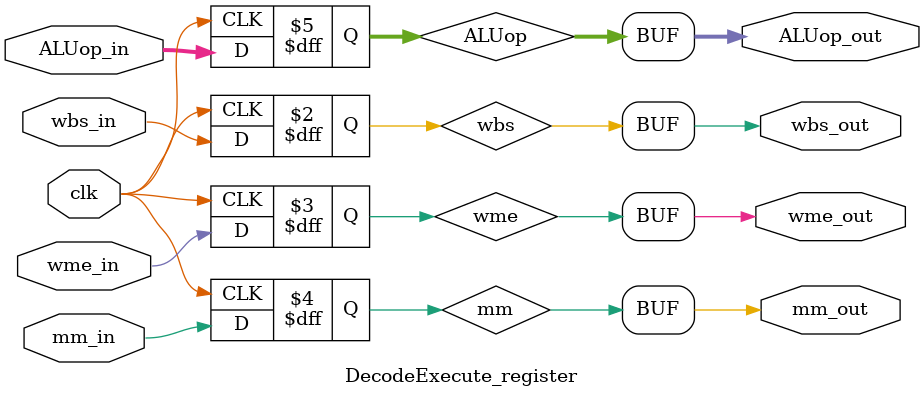
<source format=sv>
module DecodeExecute_register (
    input logic clk,
    input logic wbs_in,
    input logic wme_in,
    input logic mm_in,
    input logic [1:0] ALUop_in,
    output logic wbs_out,
    output logic wme_out,
    output logic mm_out,
    output logic [1:0] ALUop_out
);

    logic wbs;
    logic wme;
    logic mm;
    logic [1:0] ALUop;
    
    // Proceso de escritura en el registro
    always_ff @(posedge clk) begin
        wbs <= wbs_in;
        wme <= wme_in;
        mm <= mm_in;
        ALUop <= ALUop_in;
    end

    // Salidas del registro
    assign wbs_out = wbs;
    assign wme_out = wme;
    assign mm_out = mm;
    assign ALUop_out = ALUop;

endmodule

</source>
